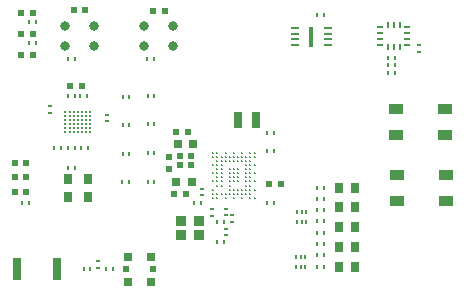
<source format=gtp>
G04*
G04 #@! TF.GenerationSoftware,Altium Limited,Altium Designer,25.2.1 (25)*
G04*
G04 Layer_Color=8421504*
%FSLAX44Y44*%
%MOMM*%
G71*
G04*
G04 #@! TF.SameCoordinates,FED8839F-E969-4304-A6C3-1DC976675259*
G04*
G04*
G04 #@! TF.FilePolarity,Positive*
G04*
G01*
G75*
G04:AMPARAMS|DCode=18|XSize=0.2339mm|YSize=0.2339mm|CornerRadius=0.117mm|HoleSize=0mm|Usage=FLASHONLY|Rotation=180.000|XOffset=0mm|YOffset=0mm|HoleType=Round|Shape=RoundedRectangle|*
%AMROUNDEDRECTD18*
21,1,0.2339,0.0000,0,0,180.0*
21,1,0.0000,0.2339,0,0,180.0*
1,1,0.2339,0.0000,0.0000*
1,1,0.2339,0.0000,0.0000*
1,1,0.2339,0.0000,0.0000*
1,1,0.2339,0.0000,0.0000*
%
%ADD18ROUNDEDRECTD18*%
%ADD19R,1.2000X0.9500*%
%ADD20R,0.2700X0.3000*%
%ADD21R,0.8000X1.8500*%
%ADD22R,0.3000X0.2700*%
%ADD23R,0.8000X0.7500*%
%ADD24R,0.5800X0.5000*%
%ADD25R,0.6000X0.5000*%
%ADD26R,0.6500X0.8500*%
%ADD27R,0.9500X0.8500*%
%ADD28R,0.2000X0.3500*%
%ADD29R,0.7620X0.8128*%
%ADD30C,0.1700*%
%ADD31R,0.5000X0.6000*%
%ADD32R,0.7500X0.8000*%
%ADD33R,0.7500X1.4000*%
%ADD34C,0.8000*%
%ADD35R,0.7112X0.2540*%
%ADD36R,0.3048X1.7018*%
%ADD37R,0.4750X0.2500*%
%ADD38R,0.2500X0.4750*%
D18*
X55057Y216965D02*
D03*
X58558D02*
D03*
X62058D02*
D03*
X65558D02*
D03*
X69058D02*
D03*
X72558D02*
D03*
X76058D02*
D03*
X55057Y213465D02*
D03*
X58558D02*
D03*
X62058D02*
D03*
X65558D02*
D03*
X69058D02*
D03*
X72558D02*
D03*
X76058D02*
D03*
X55057Y209965D02*
D03*
X58558D02*
D03*
X62058D02*
D03*
X65558D02*
D03*
X69058D02*
D03*
X72558D02*
D03*
X76058D02*
D03*
X55057Y206465D02*
D03*
X58558D02*
D03*
X62058D02*
D03*
X65558D02*
D03*
X69058D02*
D03*
X72558D02*
D03*
X76058D02*
D03*
X55057Y202965D02*
D03*
X58558D02*
D03*
X62058D02*
D03*
X65558D02*
D03*
X69058D02*
D03*
X72558D02*
D03*
X76058D02*
D03*
X55057Y199464D02*
D03*
X58558D02*
D03*
X62058D02*
D03*
X65558D02*
D03*
X69058D02*
D03*
X72558D02*
D03*
X76058D02*
D03*
D19*
X335500Y141500D02*
D03*
Y163000D02*
D03*
X377500Y141500D02*
D03*
Y163000D02*
D03*
X334500Y197250D02*
D03*
Y218750D02*
D03*
X376500Y197250D02*
D03*
Y218750D02*
D03*
D20*
X23850Y139750D02*
D03*
X18150D02*
D03*
X130325Y229975D02*
D03*
X124625D02*
D03*
X130325Y206225D02*
D03*
X124625D02*
D03*
X130325Y181725D02*
D03*
X124625D02*
D03*
X130325Y157725D02*
D03*
X124625D02*
D03*
X109100Y181000D02*
D03*
X103400D02*
D03*
X109100Y205500D02*
D03*
X103400D02*
D03*
X109100Y229250D02*
D03*
X103400D02*
D03*
X108950Y157000D02*
D03*
X103250D02*
D03*
X76236Y83250D02*
D03*
X70536D02*
D03*
X89387Y83250D02*
D03*
X95087D02*
D03*
X57150Y168750D02*
D03*
X62850D02*
D03*
X164240Y139900D02*
D03*
X169940D02*
D03*
X183567Y106462D02*
D03*
X189266D02*
D03*
X183706Y123766D02*
D03*
X189406D02*
D03*
X268150Y123893D02*
D03*
X273850D02*
D03*
X268150Y133428D02*
D03*
X273850D02*
D03*
X225840Y139750D02*
D03*
X231540D02*
D03*
X268150Y152500D02*
D03*
X273850D02*
D03*
X268150Y142964D02*
D03*
X273850D02*
D03*
X62758Y185715D02*
D03*
X57058D02*
D03*
X68208D02*
D03*
X73908D02*
D03*
X51408Y185715D02*
D03*
X45708D02*
D03*
X129850Y261250D02*
D03*
X124150D02*
D03*
X67708Y230465D02*
D03*
X73408D02*
D03*
X231540Y183500D02*
D03*
X225840D02*
D03*
X231540Y198500D02*
D03*
X225840D02*
D03*
X333850Y250000D02*
D03*
X328150D02*
D03*
X333850Y256250D02*
D03*
X328150D02*
D03*
X333850Y262500D02*
D03*
X328150D02*
D03*
X267900Y298500D02*
D03*
X273600D02*
D03*
X273850Y85750D02*
D03*
X268150D02*
D03*
X268150Y95286D02*
D03*
X273850D02*
D03*
Y104821D02*
D03*
X268150D02*
D03*
X273850Y114357D02*
D03*
X268150D02*
D03*
X24250Y274998D02*
D03*
X29950D02*
D03*
X24250Y292998D02*
D03*
X29950D02*
D03*
X63100Y230500D02*
D03*
X57400D02*
D03*
X63100Y261250D02*
D03*
X57400D02*
D03*
D21*
X14000Y83250D02*
D03*
X48000D02*
D03*
D22*
X82728Y84682D02*
D03*
Y90382D02*
D03*
X179190Y128400D02*
D03*
Y134100D02*
D03*
X190566Y117866D02*
D03*
X190566Y112166D02*
D03*
X196440Y123650D02*
D03*
Y129350D02*
D03*
X190691Y134849D02*
D03*
X190691Y129149D02*
D03*
X89808Y214315D02*
D03*
Y208615D02*
D03*
X354500Y267400D02*
D03*
Y273100D02*
D03*
X170245Y151806D02*
D03*
Y146106D02*
D03*
X41789Y221701D02*
D03*
Y216001D02*
D03*
D23*
X127250Y93500D02*
D03*
Y73000D02*
D03*
X108250D02*
D03*
Y93500D02*
D03*
D24*
X129350Y83250D02*
D03*
X106150D02*
D03*
D25*
X22000Y149250D02*
D03*
X12000D02*
D03*
X22000Y161500D02*
D03*
X12000D02*
D03*
X237440Y155250D02*
D03*
X227440D02*
D03*
X22000Y173500D02*
D03*
X12000D02*
D03*
X161690Y179750D02*
D03*
X151690D02*
D03*
X148440Y199750D02*
D03*
X158440D02*
D03*
X58750Y238250D02*
D03*
X68750D02*
D03*
X139190Y302250D02*
D03*
X129190D02*
D03*
X71940Y303000D02*
D03*
X61940D02*
D03*
X157328Y147183D02*
D03*
X147328D02*
D03*
X161690Y171636D02*
D03*
X151690D02*
D03*
X27750Y282748D02*
D03*
X17750D02*
D03*
X27750Y300750D02*
D03*
X17750D02*
D03*
X27750Y265000D02*
D03*
X17750D02*
D03*
D26*
X74000Y144500D02*
D03*
X57500D02*
D03*
Y160000D02*
D03*
X74000D02*
D03*
D27*
X153275Y112487D02*
D03*
Y123987D02*
D03*
X167775Y112487D02*
D03*
Y123987D02*
D03*
D28*
X258500Y123250D02*
D03*
X255000D02*
D03*
X251500D02*
D03*
X258500Y131750D02*
D03*
X255000D02*
D03*
X251500D02*
D03*
X250625Y93750D02*
D03*
X254125D02*
D03*
X257625D02*
D03*
X250625Y85250D02*
D03*
X254125D02*
D03*
X257625D02*
D03*
D29*
X300611Y152500D02*
D03*
X286641D02*
D03*
X300611Y85750D02*
D03*
X286641D02*
D03*
X300611Y102437D02*
D03*
X286641D02*
D03*
X300611Y119125D02*
D03*
X286641D02*
D03*
X300611Y135813D02*
D03*
X286641D02*
D03*
D30*
X208190Y178750D02*
D03*
Y171750D02*
D03*
Y168250D02*
D03*
Y164750D02*
D03*
Y161250D02*
D03*
Y157750D02*
D03*
Y154250D02*
D03*
Y150750D02*
D03*
Y147250D02*
D03*
X215190Y182250D02*
D03*
Y178750D02*
D03*
Y171750D02*
D03*
Y164750D02*
D03*
Y157750D02*
D03*
Y150750D02*
D03*
Y143750D02*
D03*
X211690Y178750D02*
D03*
Y175250D02*
D03*
Y171750D02*
D03*
Y168250D02*
D03*
Y164750D02*
D03*
Y161250D02*
D03*
Y157750D02*
D03*
Y154250D02*
D03*
Y150750D02*
D03*
Y147250D02*
D03*
Y143750D02*
D03*
X204690Y182250D02*
D03*
Y178750D02*
D03*
Y175250D02*
D03*
Y150750D02*
D03*
Y147250D02*
D03*
Y143750D02*
D03*
X201190Y178750D02*
D03*
Y175250D02*
D03*
Y168250D02*
D03*
Y164750D02*
D03*
Y161250D02*
D03*
Y157750D02*
D03*
Y150750D02*
D03*
Y147250D02*
D03*
X197690Y182250D02*
D03*
Y178750D02*
D03*
Y175250D02*
D03*
Y168250D02*
D03*
Y164750D02*
D03*
Y161250D02*
D03*
Y157750D02*
D03*
Y150750D02*
D03*
Y147250D02*
D03*
Y143750D02*
D03*
X194190Y178750D02*
D03*
Y175250D02*
D03*
Y168250D02*
D03*
Y164750D02*
D03*
Y161250D02*
D03*
Y157750D02*
D03*
Y150750D02*
D03*
Y147250D02*
D03*
X190690Y182250D02*
D03*
Y178750D02*
D03*
Y175250D02*
D03*
X194190Y154250D02*
D03*
X190690Y147250D02*
D03*
Y143750D02*
D03*
X187190Y178750D02*
D03*
Y175250D02*
D03*
Y171750D02*
D03*
Y168250D02*
D03*
Y164750D02*
D03*
Y161250D02*
D03*
Y157750D02*
D03*
Y154250D02*
D03*
Y147250D02*
D03*
X183690Y182250D02*
D03*
Y178750D02*
D03*
Y175250D02*
D03*
Y171750D02*
D03*
Y168250D02*
D03*
Y164750D02*
D03*
Y161250D02*
D03*
Y157750D02*
D03*
Y154250D02*
D03*
Y147250D02*
D03*
Y143750D02*
D03*
X180190Y182250D02*
D03*
Y178750D02*
D03*
Y171750D02*
D03*
Y164750D02*
D03*
Y157750D02*
D03*
Y150750D02*
D03*
Y147250D02*
D03*
Y143750D02*
D03*
X208190Y175250D02*
D03*
X211690Y182250D02*
D03*
D31*
X142690Y178500D02*
D03*
Y168500D02*
D03*
D32*
X163440Y189750D02*
D03*
X149940D02*
D03*
X162190Y157250D02*
D03*
X148690D02*
D03*
D33*
X201500Y209500D02*
D03*
X216000D02*
D03*
D34*
X146390Y289500D02*
D03*
X121790D02*
D03*
Y272500D02*
D03*
X146390D02*
D03*
X79190Y289500D02*
D03*
X54590D02*
D03*
Y272500D02*
D03*
X79190D02*
D03*
D35*
X249039Y287968D02*
D03*
Y282968D02*
D03*
Y277968D02*
D03*
Y272968D02*
D03*
X276979D02*
D03*
Y277968D02*
D03*
Y282968D02*
D03*
Y287968D02*
D03*
D36*
X263009Y280468D02*
D03*
D37*
X321370Y288250D02*
D03*
Y283250D02*
D03*
Y278250D02*
D03*
Y273250D02*
D03*
X344620D02*
D03*
Y278250D02*
D03*
Y283250D02*
D03*
Y288250D02*
D03*
D38*
X328000Y271620D02*
D03*
X333000D02*
D03*
X338000D02*
D03*
Y289880D02*
D03*
X333000D02*
D03*
X328000D02*
D03*
M02*

</source>
